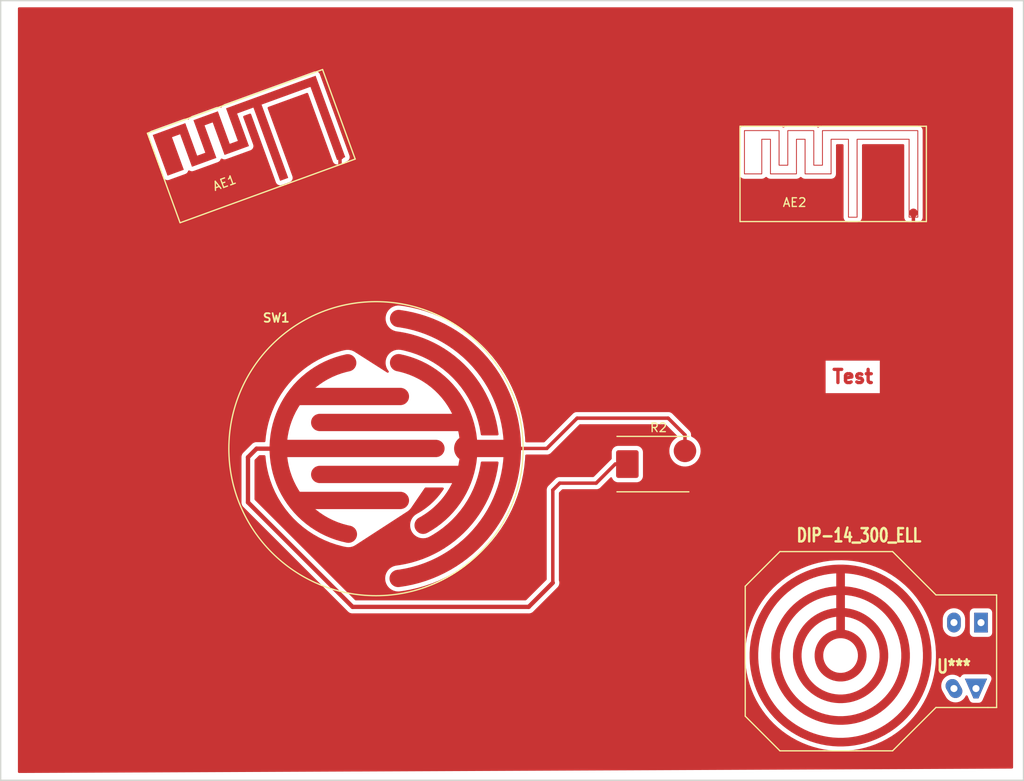
<source format=kicad_pcb>
(kicad_pcb (version 20210228) (generator pcbnew)
  (layers (0 "F.Cu" signal) (31 "B.Cu" signal) (34 "B.Paste" user) (35 "F.Paste" user) (36 "B.SilkS" user "B.Silkscreen") (37 "F.SilkS" user "F.Silkscreen") (38 "B.Mask" user) (39 "F.Mask" user) (44 "Edge.Cuts" user))
  (net 0 "")
  (net 1 "/PAD2")
  (net 2 "/PAD1")
  (net 3 "GND")
  (footprint "Diodes_SMD:DO-214AB" (layer "F.Cu") (at 136.9 101.5)
    (fp_text reference "R2" (at 0 -4.2) (layer "F.SilkS"))
    (fp_text value "R")
    (fp_line (start -4.8 -3.2) (end 3.5 -3.2) (layer "F.SilkS") (width 0.15))
    (fp_line (start 3.5 3.2) (end -4.8 3.2) (layer "F.SilkS") (width 0.15))
    (pad "1" smd roundrect (at -3.6 0) (size 2.6 3.2) (layers "F.Cu" "F.Paste" "F.Mask") (roundrect_rratio 0.1) (net 2 "/PAD1"))
    (pad "2" smd circle (at 3.048 -1.524) (size 2.6 2.6) (layers "F.Cu" "F.Paste" "F.Mask") (net 1 "/PAD2"))
  )
  (footprint "Connect:1pin" (layer "F.Cu") (at 166.3 72.5)
    (fp_text reference "AE2" (at -13.7 -1.2) (layer "F.SilkS"))
    (fp_text value "Antenna")
    (fp_line (start 1.5 -10) (end 1.5 1) (layer "F.SilkS") (width 0.15))
    (fp_line (start -20 -10) (end 1.5 -10) (layer "F.SilkS") (width 0.15))
    (fp_line (start 1.5 1) (end -20 1) (layer "F.SilkS") (width 0.15))
    (fp_line (start -20 1) (end -20 -10) (layer "F.SilkS") (width 0.15))
    (pad "1" smd custom (at 0 0) (size 1 1) (layers "F.Cu" "F.Paste" "F.Mask") (net 3 "GND") (options (clearance outline) (anchor circle)) (primitives (gr_line (start -0.4928 -8.5) (end -0.4928 0.5) (width 0.1)) (gr_line (start -6.4928 -8.5) (end -0.4928 -8.5) (width 0.1)) (gr_line (start -6.4928 0.5) (end -6.4928 -8.5) (width 0.1)) (gr_line (start -7.4928 0.5) (end -6.4928 0.5) (width 0.1)) (gr_line (start -7.4928 -8.5) (end -7.4928 0.5) (width 0.1)) (gr_line (start -9.4928 -8.5) (end -7.4928 -8.5) (width 0.1)) (gr_line (start -9.4928 -4.5) (end -9.4928 -8.5) (width 0.1)) (gr_line (start -12.4928 -4.5) (end -9.4928 -4.5) (width 0.1)) (gr_line (start -12.4928 -8.5) (end -12.4928 -4.5) (width 0.1)) (gr_line (start -13.4928 -8.5) (end -12.4928 -8.5) (width 0.1)) (gr_line (start -13.4928 -4.5) (end -13.4928 -8.5) (width 0.1)) (gr_line (start -16.4928 -4.5) (end -13.4928 -4.5) (width 0.1)) (gr_line (start -16.4928 -8.5) (end -16.4928 -4.5) (width 0.1)) (gr_line (start -17.4928 -8.5) (end -16.4928 -8.5) (width 0.1)) (gr_line (start -17.4928 -4.5) (end -17.4928 -8.5) (width 0.1)) (gr_line (start -19.4928 -4.5) (end -17.4928 -4.5) (width 0.1)) (gr_line (start -19.4928 -9.5) (end -19.4928 -4.5) (width 0.1)) (gr_line (start -15.4928 -9.5) (end -19.4928 -9.5) (width 0.1)) (gr_line (start -15.4928 -5.5) (end -15.4928 -9.5) (width 0.1)) (gr_line (start -14.4928 -5.5) (end -15.4928 -5.5) (width 0.1)) (gr_line (start -14.4928 -9.5) (end -14.4928 -5.5) (width 0.1)) (gr_line (start -11.4928 -9.5) (end -14.4928 -9.5) (width 0.1)) (gr_line (start -11.4928 -5.5) (end -11.4928 -9.5) (width 0.1)) (gr_line (start -10.4928 -5.5) (end -11.4928 -5.5) (width 0.1)) (gr_line (start -10.4928 -9.5) (end -10.4928 -5.5) (width 0.1)) (gr_line (start 0.5072 -9.5) (end -10.4928 -9.5) (width 0.1)) (gr_line (start 0.5072 0.5) (end 0.5072 -9.5) (width 0.1)) (gr_line (start -0.4928 0.5) (end 0.5072 0.5) (width 0.1))))
  )
  (footprint "Connect:1pin" (layer "F.Cu") (at 100.15 65.86 20)
    (fp_text reference "AE1" (at -13.619 -1.567 20) (layer "F.SilkS"))
    (fp_text value "Antenna")
    (fp_line (start 1.5 1) (end -20 1) (layer "F.SilkS") (width 0.15))
    (fp_line (start -20 1) (end -20 -10) (layer "F.SilkS") (width 0.15))
    (fp_line (start 1.5 -10) (end 1.5 1) (layer "F.SilkS") (width 0.15))
    (fp_line (start -20 -10) (end 1.5 -10) (layer "F.SilkS") (width 0.15))
    (pad "1" connect custom (at 0 0 20) (size 1 1) (layers "F.Cu" "F.Mask") (net 3 "GND") (options (clearance outline) (anchor circle)) (primitives (gr_poly (pts (xy 0.5 0.4) (xy 0.5 -9.6) (xy -10.5 -9.6) (xy -10.5 -5.6) (xy -11.5 -5.6) (xy -11.5 -9.6) (xy -14.5 -9.6) (xy -14.5 -5.6) (xy -15.5 -5.6) (xy -15.5 -9.6) (xy -19.5 -9.6) (xy -19.5 -4.6) (xy -17.5 -4.6) (xy -17.5 -8.6) (xy -16.5 -8.6) (xy -16.5 -4.6) (xy -13.5 -4.6) (xy -13.5 -8.6) (xy -12.5 -8.6) (xy -12.5 -4.6) (xy -9.5 -4.6) (xy -9.5 -8.6) (xy -7.5 -8.6) (xy -7.5 0.4) (xy -6.5 0.4) (xy -6.5 -8.6) (xy -0.5 -8.6) (xy -0.5 0.4)) (width 0) (fill yes))))
  )
  (footprint "Dip_sockets:DIP-14__300_ELL" (layer "F.Cu") (at 165.9 123.6 180)
    (fp_text reference "U***" (at -5.08 -1.27 180) (layer "F.SilkS") (effects (font (size 1.524 1.143) (thickness 0.3048))))
    (fp_text value "DIP-14_300_ELL" (at 5.88 13.872 180) (layer "F.SilkS") (effects (font (size 1.524 1.143) (thickness 0.3048))))
    (fp_line (start 19 -7) (end 19 8) (layer "F.SilkS") (width 0.15))
    (fp_line (start -3 -6) (end 2 -11) (layer "F.SilkS") (width 0.15))
    (fp_line (start -10 -6) (end -9 -6) (layer "F.SilkS") (width 0.15))
    (fp_line (start 2 12) (end -3 7) (layer "F.SilkS") (width 0.15))
    (fp_line (start -3 7) (end -10 7) (layer "F.SilkS") (width 0.15))
    (fp_line (start 19 8) (end 15 12) (layer "F.SilkS") (width 0.15))
    (fp_line (start -10 7) (end -10 -6) (layer "F.SilkS") (width 0.15))
    (fp_line (start 2 -11) (end 15 -11) (layer "F.SilkS") (width 0.15))
    (fp_line (start 15 -11) (end 19 -7) (layer "F.SilkS") (width 0.15))
    (fp_line (start -9 -6) (end -3 -6) (layer "F.SilkS") (width 0.15))
    (fp_line (start 15 12) (end 2 12) (layer "F.SilkS") (width 0.15))
    (pad "1" thru_hole rect (at -8.2 3.8 180) (size 1.5748 2.286) (drill 0.8128) (layers *.Cu *.Mask))
    (pad "2" thru_hole oval (at -5.08 3.81 180) (size 1.5748 2.286) (drill 0.8128) (layers *.Cu *.Mask))
    (pad "3" thru_hole trapezoid (at -7.62 -3.81 180) (size 1.5748 2.286) (rect_delta 0 1) (drill 0.8128) (layers *.Cu *.Mask))
    (pad "4" thru_hole oval (at -5.08 -3.81 210) (size 1.5748 2.286) (drill 0.8128) (layers *.Cu *.Mask))
    (pad "5" connect custom (at 8 10 180) (size 1 1) (layers "F.Cu" "F.Mask") (options (clearance convexhull) (anchor circle)) (primitives (gr_circle (center 0 -10) (end 2.5 -10) (width 1)) (gr_circle (center 0 -10) (end 5 -10) (width 1)) (gr_circle (center 0 -10) (end 7.5 -10) (width 1)) (gr_circle (center 0 -10) (end 10 -10) (width 1)) (gr_line (start 0 0) (end 0 -7.5) (width 1))))
  )
  (footprint "Discret:C2" (layer "F.Cu") (at 104.299 99.72)
    (fp_text reference "SW1" (at -11.5 -15.1) (layer "F.SilkS") (effects (font (thickness 0.2))))
    (fp_text value "R" hide)
    (fp_circle (center 0 0) (end 12.065 -11.938) (layer "F.SilkS") (width 0.15) (fill none))
    (pad "1" connect custom (at -11.081 -0.025 90) (size 1.397 1.397) (layers "F.Cu" "F.Mask") (net 2 "/PAD1") (options (clearance convexhull) (anchor rect)) (primitives (gr_line (start 6 1.9) (end 6 13.9) (width 2)) (gr_line (start -6 1.9) (end -6 13.9) (width 2)) (gr_line (start 0 -0.1) (end 0 18) (width 2)) (gr_arc (start 0 9.9) (end -9.9 7.9) (angle 156.7) (width 2))))
    (pad "2" connect custom (at 10.509 -0.025 270) (size 3 3) (layers "F.Cu" "F.Mask") (net 1 "/PAD2") (options (clearance outline) (anchor circle)) (primitives (gr_line (start 3 0.5) (end 3 17) (width 2)) (gr_line (start -3 0.5) (end -3 17) (width 2)) (gr_arc (start 0 9.9) (end -9.9 7.9) (angle 140) (width 2)) (gr_arc (start 0 9.9) (end -15 7.9) (angle 165) (width 2)) (gr_line (start 0 0) (end 0 -5) (width 2))))
  )
  (gr_line (start 179 48) (end 179 138) (angle 90) (layer "Edge.Cuts") (width 0.15))
  (gr_line (start 179 138) (end 61 138) (angle 90) (layer "Edge.Cuts") (width 0.15))
  (gr_line (start 61 48) (end 179 48) (angle 90) (layer "Edge.Cuts") (width 0.15))
  (gr_line (start 61 138) (end 61 48) (angle 90) (layer "Edge.Cuts") (width 0.15))
  (gr_text "Test" (at 159.3 91.4) (layer "F.Cu") (effects (font (size 1.524 1.524) (thickness 0.381))))
  (segment (start 139.948 98.137523) (end 138.010477 96.2) (width 0.4) (layer "F.Cu") (net 1))
  (segment (start 114.808 99.695) (end 124.005 99.695) (width 0.4) (layer "F.Cu") (net 1))
  (segment (start 138.010477 96.2) (end 127.5 96.2) (width 0.4) (layer "F.Cu") (net 1))
  (segment (start 139.948 99.976) (end 139.948 98.137523) (width 0.4) (layer "F.Cu") (net 1))
  (segment (start 124.005 99.695) (end 127.5 96.2) (width 0.4) (layer "F.Cu") (net 1))
  (segment (start 101.6 117.983) (end 89.535 105.918) (width 0.5) (layer "F.Cu") (net 2))
  (segment (start 129.7 103.7) (end 125.5 103.7) (width 0.4) (layer "F.Cu") (net 2))
  (segment (start 125.5 103.7) (end 124.7 104.5) (width 0.4) (layer "F.Cu") (net 2))
  (segment (start 90.526 99.72) (end 93.799 99.72) (width 0.5) (layer "F.Cu") (net 2))
  (segment (start 121.917 117.983) (end 101.6 117.983) (width 0.5) (layer "F.Cu") (net 2))
  (segment (start 89.535 105.918) (end 89.535 100.711) (width 0.5) (layer "F.Cu") (net 2))
  (segment (start 131.9 101.5) (end 129.7 103.7) (width 0.4) (layer "F.Cu") (net 2))
  (segment (start 89.535 100.711) (end 90.526 99.72) (width 0.5) (layer "F.Cu") (net 2))
  (segment (start 133.3 101.5) (end 131.9 101.5) (width 0.4) (layer "F.Cu") (net 2))
  (segment (start 124.7 104.5) (end 124.7 115.2) (width 0.4) (layer "F.Cu") (net 2))
  (segment (start 124.7 115.2) (end 121.917 117.983) (width 0.5) (layer "F.Cu") (net 2))
  (segment (start 166.3 72.5) (end 166.3 75.5) (width 0.4) (layer "F.Cu") (net 3))
  (segment (start 100.15 68.65) (end 101.6 70.1) (width 0.4) (layer "F.Cu") (net 3))
  (segment (start 100.15 65.86) (end 100.15 68.65) (width 0.4) (layer "F.Cu") (net 3))
  (zone (net 3) (net_name "GND") (layer "F.Cu") (connect_pads (clearance 0.5)) (min_thickness 0.254) (fill yes (thermal_gap 0.508) (thermal_bridge_width 0.508))
    (polygon (pts (xy 62.992 48.768) (xy 177.8 48.768) (xy 177.8 136.652) (xy 62.992 137.16)))
  )
)
</source>
